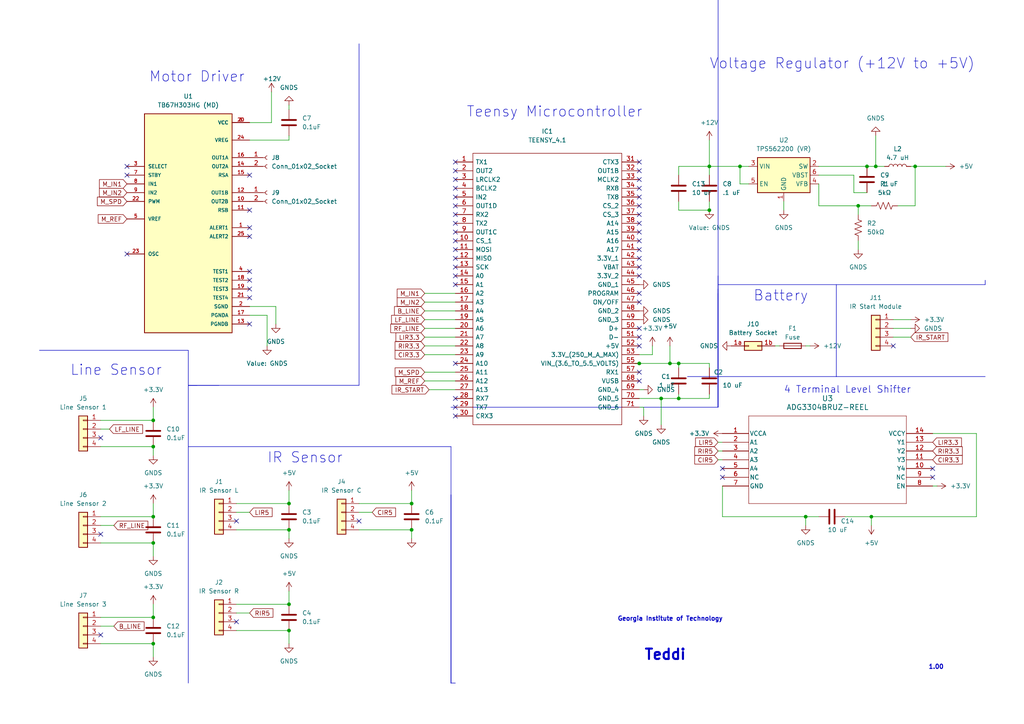
<source format=kicad_sch>
(kicad_sch (version 20230121) (generator eeschema)
  (paper "A4")
  (lib_symbols
    (symbol "Connector:Conn_01x02_Socket" (pin_names (offset 1.016) hide)
      (property "Reference" "J" (at 0 2.54 0))
      (property "Value" "Conn_01x02_Socket" (at 0 -5.08 0))
      (symbol "Conn_01x02_Socket_1_1"
        (arc (start 0 -2.032) (mid -0.5058 -2.54) (end 0 -3.048) (stroke (width 0.1524)))
        (polyline (pts (xy -1.27 -2.54) (xy -0.508 -2.54)) (stroke (width 0.1524)))
        (polyline (pts (xy -1.27 0) (xy -0.508 0)) (stroke (width 0.1524)))
        (arc (start 0 0.508) (mid -0.5058 0) (end 0 -0.508) (stroke (width 0.1524)))
        (pin passive line (at -5.08 0 0) (length 3.81) (name "Pin_1") (number "1"))
        (pin passive line (at -5.08 -2.54 0) (length 3.81) (name "Pin_2") (number "2"))
      )
    )
    (symbol "Connector_Generic:Conn_01x04" (pin_names (offset 1.016) hide)
      (property "Reference" "J" (at 0 5.08 0))
      (property "Value" "Conn_01x04" (at 0 -7.62 0))
      (symbol "Conn_01x04_1_1"
        (rectangle (start -1.27 -4.953) (end 0 -5.207) (stroke (width 0.1524)))
        (rectangle (start -1.27 -2.413) (end 0 -2.667) (stroke (width 0.1524)))
        (rectangle (start -1.27 0.127) (end 0 -0.127) (stroke (width 0.1524)))
        (rectangle (start -1.27 2.667) (end 0 2.413) (stroke (width 0.1524)))
        (rectangle (start -1.27 3.81) (end 1.27 -6.35) (stroke (width 0.254)) (fill (type background)))
        (pin passive line (at -5.08 2.54 0) (length 3.81) (name "Pin_1") (number "1"))
        (pin passive line (at -5.08 0 0) (length 3.81) (name "Pin_2") (number "2"))
        (pin passive line (at -5.08 -2.54 0) (length 3.81) (name "Pin_3") (number "3"))
        (pin passive line (at -5.08 -5.08 0) (length 3.81) (name "Pin_4") (number "4"))
      )
    )
    (symbol "Connector_Generic:Conn_02x01_Row_Letter_Last" (pin_names (offset 1.016) hide)
      (property "Reference" "J" (at 1.27 2.54 0))
      (property "Value" "Conn_02x01_Row_Letter_Last" (at 1.27 -2.54 0))
      (symbol "Conn_02x01_Row_Letter_Last_1_1"
        (rectangle (start -1.27 0.127) (end 0 -0.127) (stroke (width 0.1524)))
        (rectangle (start -1.27 1.27) (end 3.81 -1.27) (stroke (width 0.254)) (fill (type background)))
        (rectangle (start 3.81 0.127) (end 2.54 -0.127) (stroke (width 0.1524)))
        (pin passive line (at -5.08 0 0) (length 3.81) (name "Pin_1a") (number "1a"))
        (pin passive line (at 7.62 0 180) (length 3.81) (name "Pin_1b") (number "1b"))
      )
    )
    (symbol "Device:C" (pin_numbers hide) (pin_names (offset 0.254))
      (property "Reference" "C" (at 0.635 2.54 0))
      (property "Value" "C" (at 0.635 -2.54 0))
      (symbol "C_0_1"
        (polyline (pts (xy -2.032 -0.762) (xy 2.032 -0.762)) (stroke (width 0.508)))
        (polyline (pts (xy -2.032 0.762) (xy 2.032 0.762)) (stroke (width 0.508)))
      )
      (symbol "C_1_1"
        (pin passive line (at 0 3.81 270) (length 2.794) (name "~") (number "1"))
        (pin passive line (at 0 -3.81 90) (length 2.794) (name "~") (number "2"))
      )
    )
    (symbol "Device:Fuse" (pin_numbers hide) (pin_names (offset 0))
      (property "Reference" "F" (at 2.032 0 90))
      (property "Value" "Fuse" (at -1.905 0 90))
      (symbol "Fuse_0_1"
        (rectangle (start -0.762 -2.54) (end 0.762 2.54) (stroke (width 0.254)))
        (polyline (pts (xy 0 2.54) (xy 0 -2.54)))
      )
      (symbol "Fuse_1_1"
        (pin passive line (at 0 3.81 270) (length 1.27) (name "~") (number "1"))
        (pin passive line (at 0 -3.81 90) (length 1.27) (name "~") (number "2"))
      )
    )
    (symbol "Device:L" (pin_numbers hide) (pin_names (offset 1.016) hide)
      (property "Reference" "L" (at -1.27 0 90))
      (property "Value" "L" (at 1.905 0 90))
      (symbol "L_0_1"
        (arc (start 0 -2.54) (mid 0.6323 -1.905) (end 0 -1.27))
        (arc (start 0 -1.27) (mid 0.6323 -0.635) (end 0 0))
        (arc (start 0 0) (mid 0.6323 0.635) (end 0 1.27))
        (arc (start 0 1.27) (mid 0.6323 1.905) (end 0 2.54))
      )
      (symbol "L_1_1"
        (pin passive line (at 0 3.81 270) (length 1.27) (name "1") (number "1"))
        (pin passive line (at 0 -3.81 90) (length 1.27) (name "2") (number "2"))
      )
    )
    (symbol "Device:R_US" (pin_numbers hide) (pin_names (offset 0))
      (property "Reference" "R" (at 2.54 0 90))
      (property "Value" "R_US" (at -2.54 0 90))
      (symbol "R_US_0_1"
        (polyline (pts (xy 0 -2.286) (xy 0 -2.54)))
        (polyline (pts (xy 0 2.286) (xy 0 2.54)))
        (polyline (pts (xy 0 -0.762) (xy 1.016 -1.143) (xy 0 -1.524) (xy -1.016 -1.905) (xy 0 -2.286)))
        (polyline (pts (xy 0 0.762) (xy 1.016 0.381) (xy 0 0) (xy -1.016 -0.381) (xy 0 -0.762)))
        (polyline (pts (xy 0 2.286) (xy 1.016 1.905) (xy 0 1.524) (xy -1.016 1.143) (xy 0 0.762)))
      )
      (symbol "R_US_1_1"
        (pin passive line (at 0 3.81 270) (length 1.27) (name "~") (number "1"))
        (pin passive line (at 0 -3.81 90) (length 1.27) (name "~") (number "2"))
      )
    )
    (symbol "Regulator_Switching:TPS562200"
      (property "Reference" "U" (at -7.62 6.35 0))
      (property "Value" "TPS562200" (at -2.54 6.35 0))
      (symbol "TPS562200_0_1"
        (rectangle (start -7.62 5.08) (end 7.62 -5.08) (stroke (width 0.254)) (fill (type background)))
      )
      (symbol "TPS562200_1_1"
        (pin power_in line (at 0 -7.62 90) (length 2.54) (name "GND") (number "1"))
        (pin output line (at 10.16 2.54 180) (length 2.54) (name "SW") (number "2"))
        (pin power_in line (at -10.16 2.54 0) (length 2.54) (name "VIN") (number "3"))
        (pin input line (at 10.16 -2.54 180) (length 2.54) (name "VFB") (number "4"))
        (pin input line (at -10.16 -2.54 0) (length 2.54) (name "EN") (number "5"))
        (pin passive line (at 10.16 0 180) (length 2.54) (name "VBST") (number "6"))
      )
    )
    (symbol "Robojackets:ADG3304BRUZ-REEL" (pin_names (offset 0.254))
      (property "Reference" "U" (at 30.48 10.16 0))
      (property "Value" "ADG3304BRUZ-REEL" (at 30.48 7.62 0))
      (symbol "ADG3304BRUZ-REEL_0_1"
        (polyline (pts (xy 7.62 -20.32) (xy 53.34 -20.32)) (stroke (width 0.127)))
        (polyline (pts (xy 7.62 5.08) (xy 7.62 -20.32)) (stroke (width 0.127)))
        (polyline (pts (xy 53.34 -20.32) (xy 53.34 5.08)) (stroke (width 0.127)))
        (polyline (pts (xy 53.34 5.08) (xy 7.62 5.08)) (stroke (width 0.127)))
        (pin power_in line (at 0 0 0) (length 7.62) (name "VCCA") (number "1"))
        (pin unspecified line (at 60.96 -10.16 180) (length 7.62) (name "Y4") (number "10"))
        (pin unspecified line (at 60.96 -7.62 180) (length 7.62) (name "Y3") (number "11"))
        (pin unspecified line (at 60.96 -5.08 180) (length 7.62) (name "Y2") (number "12"))
        (pin unspecified line (at 60.96 -2.54 180) (length 7.62) (name "Y1") (number "13"))
        (pin power_in line (at 60.96 0 180) (length 7.62) (name "VCCY") (number "14"))
        (pin unspecified line (at 0 -2.54 0) (length 7.62) (name "A1") (number "2"))
        (pin unspecified line (at 0 -5.08 0) (length 7.62) (name "A2") (number "3"))
        (pin unspecified line (at 0 -7.62 0) (length 7.62) (name "A3") (number "4"))
        (pin unspecified line (at 0 -10.16 0) (length 7.62) (name "A4") (number "5"))
        (pin unspecified line (at 0 -12.7 0) (length 7.62) (name "NC") (number "6"))
        (pin unspecified line (at 0 -15.24 0) (length 7.62) (name "GND") (number "7"))
        (pin unspecified line (at 60.96 -15.24 180) (length 7.62) (name "EN") (number "8"))
        (pin unspecified line (at 60.96 -12.7 180) (length 7.62) (name "NC") (number "9"))
      )
    )
    (symbol "TB67H303HG:TB67H303HG" (pin_names (offset 1.016))
      (property "Reference" "U" (at -12.7 33.655 0))
      (property "Value" "TB67H303HG" (at -12.7 -33.02 0))
      (symbol "TB67H303HG_0_0"
        (rectangle (start -12.7 -30.48) (end 12.7 33.02) (stroke (width 0.254)) (fill (type background)))
        (pin output line (at 17.78 0 180) (length 5.08) (name "ALERT1") (number "1"))
        (pin output line (at 17.78 7.62 180) (length 5.08) (name "OUT2B") (number "10"))
        (pin output line (at 17.78 5.08 180) (length 5.08) (name "RSB") (number "11"))
        (pin output line (at 17.78 10.16 180) (length 5.08) (name "OUT1B") (number "12"))
        (pin power_in line (at 17.78 -27.94 180) (length 5.08) (name "PGNDB") (number "13"))
        (pin output line (at 17.78 17.78 180) (length 5.08) (name "OUT2A") (number "14"))
        (pin output line (at 17.78 15.24 180) (length 5.08) (name "RSA") (number "15"))
        (pin output line (at 17.78 20.32 180) (length 5.08) (name "OUT1A") (number "16"))
        (pin power_in line (at 17.78 -25.4 180) (length 5.08) (name "PGNDA") (number "17"))
        (pin power_in line (at 17.78 -15.24 180) (length 5.08) (name "TEST2") (number "18"))
        (pin power_in line (at 17.78 -17.78 180) (length 5.08) (name "TEST3") (number "19"))
        (pin power_in line (at 17.78 -22.86 180) (length 5.08) (name "SGND") (number "2"))
        (pin power_in line (at 17.78 30.48 180) (length 5.08) (name "VCC") (number "20"))
        (pin power_in line (at 17.78 -20.32 180) (length 5.08) (name "TEST4") (number "21"))
        (pin input line (at -17.78 7.62 0) (length 5.08) (name "PWM") (number "22"))
        (pin passive line (at -17.78 -7.62 0) (length 5.08) (name "OSC") (number "23"))
        (pin output line (at 17.78 25.4 180) (length 5.08) (name "VREG") (number "24"))
        (pin output line (at 17.78 -2.54 180) (length 5.08) (name "ALERT2") (number "25"))
        (pin input line (at -17.78 17.78 0) (length 5.08) (name "SELECT") (number "3"))
        (pin power_in line (at 17.78 -12.7 180) (length 5.08) (name "TEST1") (number "4"))
        (pin input line (at -17.78 2.54 0) (length 5.08) (name "VREF") (number "5"))
        (pin power_in line (at 17.78 30.48 180) (length 5.08) (name "VCC") (number "6"))
        (pin input line (at -17.78 15.24 0) (length 5.08) (name "STBY") (number "7"))
        (pin input line (at -17.78 12.7 0) (length 5.08) (name "IN1") (number "8"))
        (pin input line (at -17.78 10.16 0) (length 5.08) (name "IN2") (number "9"))
      )
    )
    (symbol "TEENSY_4.1:TEENSY_4.1" (pin_names (offset 0.762))
      (property "Reference" "IC" (at 49.53 7.62 0))
      (property "Value" "TEENSY_4.1" (at 49.53 5.08 0))
      (symbol "TEENSY_4.1_0_0"
        (pin passive line (at 0 0 0) (length 5.08) (name "TX1") (number "1"))
        (pin passive line (at 0 -22.86 0) (length 5.08) (name "CS_1") (number "10"))
        (pin passive line (at 0 -25.4 0) (length 5.08) (name "MOSI") (number "11"))
        (pin passive line (at 0 -27.94 0) (length 5.08) (name "MISO") (number "12"))
        (pin passive line (at 0 -30.48 0) (length 5.08) (name "SCK") (number "13"))
        (pin passive line (at 0 -33.02 0) (length 5.08) (name "A0") (number "14"))
        (pin passive line (at 0 -35.56 0) (length 5.08) (name "A1") (number "15"))
        (pin passive line (at 0 -38.1 0) (length 5.08) (name "A2") (number "16"))
        (pin passive line (at 0 -40.64 0) (length 5.08) (name "A3") (number "17"))
        (pin passive line (at 0 -43.18 0) (length 5.08) (name "A4") (number "18"))
        (pin passive line (at 0 -45.72 0) (length 5.08) (name "A5") (number "19"))
        (pin passive line (at 0 -2.54 0) (length 5.08) (name "OUT2") (number "2"))
        (pin passive line (at 0 -48.26 0) (length 5.08) (name "A6") (number "20"))
        (pin passive line (at 0 -50.8 0) (length 5.08) (name "A7") (number "21"))
        (pin passive line (at 0 -53.34 0) (length 5.08) (name "A8") (number "22"))
        (pin passive line (at 0 -55.88 0) (length 5.08) (name "A9") (number "23"))
        (pin passive line (at 0 -58.42 0) (length 5.08) (name "A10") (number "24"))
        (pin passive line (at 0 -60.96 0) (length 5.08) (name "A11") (number "25"))
        (pin passive line (at 0 -63.5 0) (length 5.08) (name "A12") (number "26"))
        (pin passive line (at 0 -66.04 0) (length 5.08) (name "A13") (number "27"))
        (pin passive line (at 0 -68.58 0) (length 5.08) (name "RX7") (number "28"))
        (pin passive line (at 0 -71.12 0) (length 5.08) (name "TX7") (number "29"))
        (pin passive line (at 0 -5.08 0) (length 5.08) (name "LRCLK2") (number "3"))
        (pin passive line (at 0 -73.66 0) (length 5.08) (name "CRX3") (number "30"))
        (pin passive line (at 53.34 0 180) (length 5.08) (name "CTX3") (number "31"))
        (pin passive line (at 53.34 -2.54 180) (length 5.08) (name "OUT1B") (number "32"))
        (pin passive line (at 53.34 -5.08 180) (length 5.08) (name "MCLK2") (number "33"))
        (pin passive line (at 53.34 -7.62 180) (length 5.08) (name "RX8") (number "34"))
        (pin passive line (at 53.34 -10.16 180) (length 5.08) (name "TX8") (number "35"))
        (pin passive line (at 53.34 -12.7 180) (length 5.08) (name "CS_2") (number "36"))
        (pin passive line (at 53.34 -15.24 180) (length 5.08) (name "CS_3") (number "37"))
        (pin passive line (at 53.34 -17.78 180) (length 5.08) (name "A14") (number "38"))
        (pin passive line (at 53.34 -20.32 180) (length 5.08) (name "A15") (number "39"))
        (pin passive line (at 0 -7.62 0) (length 5.08) (name "BCLK2") (number "4"))
        (pin passive line (at 53.34 -22.86 180) (length 5.08) (name "A16") (number "40"))
        (pin passive line (at 53.34 -25.4 180) (length 5.08) (name "A17") (number "41"))
        (pin passive line (at 53.34 -27.94 180) (length 5.08) (name "3.3V_1") (number "42"))
        (pin passive line (at 53.34 -30.48 180) (length 5.08) (name "VBAT") (number "43"))
        (pin passive line (at 53.34 -33.02 180) (length 5.08) (name "3.3V_2") (number "44"))
        (pin passive line (at 53.34 -35.56 180) (length 5.08) (name "GND_1") (number "45"))
        (pin passive line (at 53.34 -38.1 180) (length 5.08) (name "PROGRAM") (number "46"))
        (pin passive line (at 53.34 -40.64 180) (length 5.08) (name "ON/OFF") (number "47"))
        (pin passive line (at 53.34 -43.18 180) (length 5.08) (name "GND_2") (number "48"))
        (pin passive line (at 53.34 -45.72 180) (length 5.08) (name "GND_3") (number "49"))
        (pin passive line (at 0 -10.16 0) (length 5.08) (name "IN2") (number "5"))
        (pin passive line (at 53.34 -48.26 180) (length 5.08) (name "D+") (number "50"))
        (pin passive line (at 53.34 -50.8 180) (length 5.08) (name "D-") (number "51"))
        (pin passive line (at 53.34 -53.34 180) (length 5.08) (name "+5V") (number "52"))
        (pin passive line (at 53.34 -55.88 180) (length 5.08) (name "3.3V_(250_M_A_MAX)") (number "53"))
        (pin passive line (at 53.34 -58.42 180) (length 5.08) (name "VIN_(3.6_TO_5.5_VOLTS)") (number "55"))
        (pin passive line (at 53.34 -60.96 180) (length 5.08) (name "RX1") (number "57"))
        (pin passive line (at 0 -12.7 0) (length 5.08) (name "OUT1D") (number "6"))
        (pin passive line (at 53.34 -63.5 180) (length 5.08) (name "VUSB") (number "68"))
        (pin passive line (at 53.34 -66.04 180) (length 5.08) (name "GND_4") (number "69"))
        (pin passive line (at 0 -15.24 0) (length 5.08) (name "RX2") (number "7"))
        (pin passive line (at 53.34 -68.58 180) (length 5.08) (name "GND_5") (number "70"))
        (pin passive line (at 53.34 -71.12 180) (length 5.08) (name "GND_6") (number "71"))
        (pin passive line (at 0 -17.78 0) (length 5.08) (name "TX2") (number "8"))
        (pin passive line (at 0 -20.32 0) (length 5.08) (name "OUT1C") (number "9"))
      )
      (symbol "TEENSY_4.1_0_1"
        (polyline (pts (xy 5.08 2.54) (xy 48.26 2.54) (xy 48.26 -76.2) (xy 5.08 -76.2) (xy 5.08 2.54)) (stroke (width 0.1524)))
      )
    )
    (symbol "power:+12V" (power) (pin_names (offset 0))
      (property "Value" "+12V" (at 0 3.556 0))
      (symbol "+12V_0_1"
        (polyline (pts (xy -0.762 1.27) (xy 0 2.54)))
        (polyline (pts (xy 0 0) (xy 0 2.54)))
        (polyline (pts (xy 0 2.54) (xy 0.762 1.27)))
      )
      (symbol "+12V_1_1"
        (pin power_in line (at 0 0 90) (length 0) hide (name "+12V") (number "1"))
      )
    )
    (symbol "power:+3.3V" (power) (pin_names (offset 0))
      (property "Value" "+3.3V" (at 0 3.556 0))
      (symbol "+3.3V_0_1"
        (polyline (pts (xy -0.762 1.27) (xy 0 2.54)))
        (polyline (pts (xy 0 0) (xy 0 2.54)))
        (polyline (pts (xy 0 2.54) (xy 0.762 1.27)))
      )
      (symbol "+3.3V_1_1"
        (pin power_in line (at 0 0 90) (length 0) hide (name "+3.3V") (number "1"))
      )
    )
    (symbol "power:+5V" (power) (pin_names (offset 0))
      (property "Value" "+5V" (at 0 3.556 0))
      (symbol "+5V_0_1"
        (polyline (pts (xy -0.762 1.27) (xy 0 2.54)))
        (polyline (pts (xy 0 0) (xy 0 2.54)))
        (polyline (pts (xy 0 2.54) (xy 0.762 1.27)))
      )
      (symbol "+5V_1_1"
        (pin power_in line (at 0 0 90) (length 0) hide (name "+5V") (number "1"))
      )
    )
    (symbol "power:GNDS" (power) (pin_names (offset 0))
      (property "Value" "GNDS" (at 0 -3.81 0))
      (symbol "GNDS_0_1"
        (polyline (pts (xy 0 0) (xy 0 -1.27) (xy 1.27 -1.27) (xy 0 -2.54) (xy -1.27 -1.27) (xy 0 -1.27)))
      )
      (symbol "GNDS_1_1"
        (pin power_in line (at 0 0 270) (length 0) hide (name "GNDS") (number "1"))
      )
    )
  )
  (junction (at 44.45 179.07))
  (junction (at 83.82 175.26))
  (junction (at 83.82 182.88))
  (junction (at 252.73 149.86))
  (junction (at 194.31 105.41))
  (junction (at 214.63 48.26))
  (junction (at 205.74 48.26))
  (junction (at 83.82 153.67))
  (junction (at 196.85 115.57))
  (junction (at 233.68 149.86))
  (junction (at 44.45 149.86))
  (junction (at 265.43 48.26))
  (junction (at 119.38 146.05))
  (junction (at 44.45 129.54))
  (junction (at 191.77 115.57))
  (junction (at 44.45 121.92))
  (junction (at 251.46 48.26))
  (junction (at 44.45 186.69))
  (junction (at 248.92 59.69))
  (junction (at 119.38 153.67))
  (junction (at 254 48.26))
  (junction (at 44.45 157.48))
  (junction (at 196.85 105.41))
  (junction (at 205.74 60.96))
  (junction (at 185.42 105.41))
  (junction (at 83.82 146.05))
  (no_connect (at 132.08 69.85))
  (no_connect (at 132.08 59.69))
  (no_connect (at 185.42 80.01))
  (no_connect (at 185.42 97.79))
  (no_connect (at 132.08 49.53))
  (no_connect (at 132.08 82.55))
  (no_connect (at 270.51 135.89))
  (no_connect (at 270.51 138.43))
  (no_connect (at 132.08 52.07))
  (no_connect (at 68.58 151.13))
  (no_connect (at 185.42 46.99))
  (no_connect (at 185.42 64.77))
  (no_connect (at 29.21 154.94))
  (no_connect (at 72.39 60.96))
  (no_connect (at 36.83 73.66))
  (no_connect (at 185.42 72.39))
  (no_connect (at 185.42 59.69))
  (no_connect (at 259.08 100.33))
  (no_connect (at 72.39 83.82))
  (no_connect (at 132.08 105.41))
  (no_connect (at 68.58 180.34))
  (no_connect (at 132.08 57.15))
  (no_connect (at 72.39 66.04))
  (no_connect (at 72.39 81.28))
  (no_connect (at 36.83 50.8))
  (no_connect (at 36.83 48.26))
  (no_connect (at 185.42 74.93))
  (no_connect (at 132.08 80.01))
  (no_connect (at 72.39 86.36))
  (no_connect (at 72.39 68.58))
  (no_connect (at 185.42 107.95))
  (no_connect (at 209.55 135.89))
  (no_connect (at 132.08 54.61))
  (no_connect (at 132.08 72.39))
  (no_connect (at 72.39 78.74))
  (no_connect (at 72.39 50.8))
  (no_connect (at 185.42 57.15))
  (no_connect (at 132.08 77.47))
  (no_connect (at 185.42 110.49))
  (no_connect (at 132.08 62.23))
  (no_connect (at 132.08 74.93))
  (no_connect (at 209.55 138.43))
  (no_connect (at 185.42 77.47))
  (no_connect (at 132.08 118.11))
  (no_connect (at 72.39 93.98))
  (no_connect (at 185.42 54.61))
  (no_connect (at 185.42 62.23))
  (no_connect (at 132.08 67.31))
  (no_connect (at 185.42 52.07))
  (no_connect (at 29.21 184.15))
  (no_connect (at 29.21 127))
  (no_connect (at 185.42 95.25))
  (no_connect (at 132.08 120.65))
  (no_connect (at 185.42 67.31))
  (no_connect (at 185.42 85.09))
  (no_connect (at 104.14 151.13))
  (no_connect (at 185.42 87.63))
  (no_connect (at 132.08 115.57))
  (no_connect (at 132.08 64.77))
  (no_connect (at 132.08 46.99))
  (no_connect (at 185.42 100.33))
  (no_connect (at 185.42 69.85))
  (no_connect (at 185.42 49.53))
  (wire (pts (xy 185.42 105.41) (xy 194.31 105.41)))
  (wire (pts (xy 226.06 100.33) (xy 224.79 100.33)))
  (wire (pts (xy 252.73 149.86) (xy 283.21 149.86)))
  (wire (pts (xy 104.14 148.59) (xy 107.95 148.59)))
  (wire (pts (xy 254 39.37) (xy 254 48.26)))
  (wire (pts (xy 248.92 59.69) (xy 252.73 59.69)))
  (wire (pts (xy 78.74 26.67) (xy 78.74 35.56)))
  (polyline (pts (xy 54.61 111.76) (xy 63.5 111.76)))
  (wire (pts (xy 251.46 48.26) (xy 254 48.26)))
  (wire (pts (xy 68.58 177.8) (xy 72.39 177.8)))
  (wire (pts (xy 123.19 90.17) (xy 132.08 90.17)))
  (wire (pts (xy 119.38 142.24) (xy 119.38 146.05)))
  (polyline (pts (xy 54.61 129.54) (xy 54.61 101.6)))
  (wire (pts (xy 80.01 88.9) (xy 80.01 93.98)))
  (wire (pts (xy 68.58 175.26) (xy 83.82 175.26)))
  (wire (pts (xy 254 48.26) (xy 256.54 48.26)))
  (wire (pts (xy 123.19 85.09) (xy 132.08 85.09)))
  (wire (pts (xy 259.08 92.71) (xy 264.16 92.71)))
  (polyline (pts (xy 208.28 -8.89) (xy 208.28 118.11)))
  (wire (pts (xy 44.45 129.54) (xy 44.45 132.08)))
  (polyline (pts (xy 285.75 81.28) (xy 285.75 82.55)))
  (wire (pts (xy 83.82 171.45) (xy 83.82 175.26)))
  (wire (pts (xy 123.19 97.79) (xy 132.08 97.79)))
  (wire (pts (xy 205.74 105.41) (xy 205.74 106.68)))
  (wire (pts (xy 189.23 100.33) (xy 189.23 102.87)))
  (wire (pts (xy 214.63 48.26) (xy 217.17 48.26)))
  (wire (pts (xy 259.08 97.79) (xy 264.16 97.79)))
  (wire (pts (xy 29.21 181.61) (xy 33.02 181.61)))
  (wire (pts (xy 194.31 100.33) (xy 194.31 105.41)))
  (wire (pts (xy 72.39 40.64) (xy 83.82 40.64)))
  (wire (pts (xy 29.21 129.54) (xy 44.45 129.54)))
  (wire (pts (xy 227.33 58.42) (xy 227.33 60.96)))
  (wire (pts (xy 123.19 102.87) (xy 132.08 102.87)))
  (wire (pts (xy 217.17 53.34) (xy 214.63 53.34)))
  (wire (pts (xy 72.39 88.9) (xy 80.01 88.9)))
  (wire (pts (xy 205.74 58.42) (xy 205.74 60.96)))
  (wire (pts (xy 265.43 48.26) (xy 265.43 59.69)))
  (wire (pts (xy 185.42 115.57) (xy 191.77 115.57)))
  (wire (pts (xy 196.85 60.96) (xy 196.85 58.42)))
  (wire (pts (xy 83.82 153.67) (xy 83.82 156.21)))
  (wire (pts (xy 196.85 105.41) (xy 196.85 106.68)))
  (polyline (pts (xy 54.61 198.12) (xy 54.61 129.54)))
  (wire (pts (xy 237.49 149.86) (xy 233.68 149.86)))
  (wire (pts (xy 205.74 40.64) (xy 205.74 48.26)))
  (wire (pts (xy 29.21 124.46) (xy 31.75 124.46)))
  (wire (pts (xy 196.85 105.41) (xy 205.74 105.41)))
  (wire (pts (xy 248.92 69.85) (xy 248.92 72.39)))
  (wire (pts (xy 68.58 148.59) (xy 72.39 148.59)))
  (wire (pts (xy 123.19 95.25) (xy 132.08 95.25)))
  (wire (pts (xy 29.21 121.92) (xy 44.45 121.92)))
  (wire (pts (xy 247.65 55.88) (xy 251.46 55.88)))
  (wire (pts (xy 68.58 153.67) (xy 83.82 153.67)))
  (wire (pts (xy 186.69 120.65) (xy 186.69 118.11)))
  (wire (pts (xy 252.73 149.86) (xy 252.73 152.4)))
  (wire (pts (xy 283.21 125.73) (xy 283.21 149.86)))
  (polyline (pts (xy 130.81 143.51) (xy 130.81 198.12)))
  (wire (pts (xy 29.21 157.48) (xy 44.45 157.48)))
  (wire (pts (xy 237.49 53.34) (xy 237.49 59.69)))
  (wire (pts (xy 208.28 130.81) (xy 209.55 130.81)))
  (wire (pts (xy 83.82 142.24) (xy 83.82 146.05)))
  (wire (pts (xy 205.74 48.26) (xy 205.74 50.8)))
  (wire (pts (xy 123.19 87.63) (xy 132.08 87.63)))
  (wire (pts (xy 44.45 146.05) (xy 44.45 149.86)))
  (polyline (pts (xy 54.61 111.76) (xy 57.15 111.76)))
  (wire (pts (xy 209.55 149.86) (xy 209.55 140.97)))
  (wire (pts (xy 196.85 48.26) (xy 196.85 50.8)))
  (wire (pts (xy 237.49 48.26) (xy 251.46 48.26)))
  (wire (pts (xy 233.68 149.86) (xy 209.55 149.86)))
  (wire (pts (xy 248.92 59.69) (xy 248.92 62.23)))
  (wire (pts (xy 68.58 182.88) (xy 83.82 182.88)))
  (wire (pts (xy 205.74 48.26) (xy 214.63 48.26)))
  (polyline (pts (xy 199.39 109.22) (xy 242.57 109.22)))
  (wire (pts (xy 124.46 113.03) (xy 132.08 113.03)))
  (polyline (pts (xy 242.57 109.22) (xy 285.75 109.22)))
  (wire (pts (xy 72.39 35.56) (xy 78.74 35.56)))
  (wire (pts (xy 29.21 149.86) (xy 44.45 149.86)))
  (wire (pts (xy 264.16 48.26) (xy 265.43 48.26)))
  (wire (pts (xy 214.63 53.34) (xy 214.63 48.26)))
  (wire (pts (xy 184.15 107.95) (xy 185.42 107.95)))
  (polyline (pts (xy 130.81 129.54) (xy 130.81 198.12)))
  (wire (pts (xy 196.85 114.3) (xy 196.85 115.57)))
  (wire (pts (xy 270.51 125.73) (xy 283.21 125.73)))
  (polyline (pts (xy 130.81 118.11) (xy 208.28 118.11)))
  (wire (pts (xy 68.58 146.05) (xy 83.82 146.05)))
  (wire (pts (xy 186.69 118.11) (xy 185.42 118.11)))
  (polyline (pts (xy 208.28 85.09) (xy 208.28 118.11)))
  (wire (pts (xy 29.21 186.69) (xy 44.45 186.69)))
  (wire (pts (xy 270.51 140.97) (xy 271.78 140.97)))
  (wire (pts (xy 44.45 175.26) (xy 44.45 179.07)))
  (polyline (pts (xy 208.28 83.82) (xy 208.28 118.11)))
  (wire (pts (xy 119.38 153.67) (xy 119.38 156.21)))
  (wire (pts (xy 245.11 149.86) (xy 252.73 149.86)))
  (wire (pts (xy 72.39 91.44) (xy 77.47 91.44)))
  (wire (pts (xy 104.14 146.05) (xy 119.38 146.05)))
  (wire (pts (xy 29.21 179.07) (xy 44.45 179.07)))
  (wire (pts (xy 191.77 115.57) (xy 196.85 115.57)))
  (polyline (pts (xy 242.57 82.55) (xy 242.57 109.22)))
  (wire (pts (xy 237.49 50.8) (xy 247.65 50.8)))
  (wire (pts (xy 191.77 115.57) (xy 191.77 123.19)))
  (wire (pts (xy 194.31 105.41) (xy 196.85 105.41)))
  (wire (pts (xy 83.82 182.88) (xy 83.82 186.69)))
  (wire (pts (xy 265.43 48.26) (xy 274.32 48.26)))
  (wire (pts (xy 123.19 107.95) (xy 132.08 107.95)))
  (wire (pts (xy 205.74 60.96) (xy 196.85 60.96)))
  (wire (pts (xy 44.45 118.11) (xy 44.45 121.92)))
  (wire (pts (xy 123.19 92.71) (xy 132.08 92.71)))
  (wire (pts (xy 234.95 100.33) (xy 233.68 100.33)))
  (wire (pts (xy 123.19 100.33) (xy 132.08 100.33)))
  (wire (pts (xy 259.08 95.25) (xy 264.16 95.25)))
  (wire (pts (xy 184.15 105.41) (xy 185.42 105.41)))
  (polyline (pts (xy 11.43 101.6) (xy 54.61 101.6)))
  (wire (pts (xy 247.65 50.8) (xy 247.65 55.88)))
  (polyline (pts (xy 104.14 12.7) (xy 104.14 111.76)))
  (wire (pts (xy 83.82 39.37) (xy 83.82 40.64)))
  (wire (pts (xy 233.68 149.86) (xy 233.68 152.4)))
  (wire (pts (xy 196.85 115.57) (xy 205.74 115.57)))
  (wire (pts (xy 44.45 186.69) (xy 44.45 190.5)))
  (wire (pts (xy 77.47 91.44) (xy 77.47 100.33)))
  (polyline (pts (xy 130.81 198.12) (xy 132.08 198.12)))
  (polyline (pts (xy 208.28 80.01) (xy 208.28 118.11)))
  (wire (pts (xy 208.28 128.27) (xy 209.55 128.27)))
  (wire (pts (xy 205.74 48.26) (xy 196.85 48.26)))
  (wire (pts (xy 29.21 152.4) (xy 33.02 152.4)))
  (wire (pts (xy 123.19 110.49) (xy 132.08 110.49)))
  (polyline (pts (xy 54.61 129.54) (xy 130.81 129.54)))
  (wire (pts (xy 208.28 133.35) (xy 209.55 133.35)))
  (wire (pts (xy 185.42 102.87) (xy 189.23 102.87)))
  (polyline (pts (xy 208.28 82.55) (xy 285.75 82.55)))
  (wire (pts (xy 83.82 30.48) (xy 83.82 31.75)))
  (polyline (pts (xy 54.61 111.76) (xy 104.14 111.76)))
  (wire (pts (xy 237.49 59.69) (xy 248.92 59.69)))
  (wire (pts (xy 104.14 153.67) (xy 119.38 153.67)))
  (wire (pts (xy 186.69 113.03) (xy 185.42 113.03)))
  (wire (pts (xy 205.74 115.57) (xy 205.74 114.3)))
  (wire (pts (xy 260.35 59.69) (xy 265.43 59.69)))
  (wire (pts (xy 44.45 157.48) (xy 44.45 161.29)))
  (text "Teensy Microcontroller" (at 135.255 34.29 0) (effects (font (size 3 3)) (justify left bottom)))
  (text "Motor Driver\n" (at 43.18 24.13 0) (effects (font (size 3 3)) (justify left bottom)))
  (text "Line Sensor\n" (at 20.32 109.22 0) (effects (font (size 3 3)) (justify left bottom)))
  (text "4 Terminal Level Shifter" (at 227.33 114.3 0) (effects (font (size 2 2)) (justify left bottom)))
  (text "1.00\n" (at 269.24 194.31 0) (effects (font (size 1.27 1.27) bold) (justify left bottom)))
  (text "Battery" (at 218.44 87.63 0) (effects (font (size 3 3)) (justify left bottom)))
  (text "Georgia Institute of Technology" (at 179.07 180.34 0) (effects (font (size 1.27 1.27) (thickness 0.254) bold) (justify left bottom)))
  (text "Teddi" (at 186.69 191.77 0) (effects (font (size 3 3) (thickness 0.6) bold) (justify left bottom)))
  (text "IR Sensor" (at 77.47 134.62 0) (effects (font (size 3 3)) (justify left bottom)))
  (text "Voltage Regulator (+12V to +5V)" (at 205.74 20.32 0) (effects (font (size 3 3)) (justify left bottom)))
  (global_label "B_LINE" (shape input) (at 123.19 90.17 180) (property "Intersheetrefs" "${INTERSHEET_REFS}" (effects hide)))
  (global_label "M_REF" (shape input) (at 36.83 63.5 180) (property "Intersheetrefs" "${INTERSHEET_REFS}" (effects hide)))
  (global_label "M_SPD" (shape input) (at 123.19 107.95 180) (property "Intersheetrefs" "${INTERSHEET_REFS}" (effects hide)))
  (global_label "LIR5" (shape input) (at 208.28 128.27 180) (property "Intersheetrefs" "${INTERSHEET_REFS}" (effects hide)))
  (global_label "CIR5" (shape input) (at 208.28 133.35 180) (property "Intersheetrefs" "${INTERSHEET_REFS}" (effects hide)))
  (global_label "CIR3.3" (shape input) (at 270.51 133.35 0) (property "Intersheetrefs" "${INTERSHEET_REFS}" (effects hide)))
  (global_label "IR_START" (shape input) (at 124.46 113.03 180) (property "Intersheetrefs" "${INTERSHEET_REFS}" (effects hide)))
  (global_label "RF_LINE" (shape input) (at 123.19 95.25 180) (property "Intersheetrefs" "${INTERSHEET_REFS}" (effects hide)))
  (global_label "M_REF" (shape input) (at 123.19 110.49 180) (property "Intersheetrefs" "${INTERSHEET_REFS}" (effects hide)))
  (global_label "CIR5" (shape input) (at 107.95 148.59 0) (property "Intersheetrefs" "${INTERSHEET_REFS}" (effects hide)))
  (global_label "LIR3.3" (shape input) (at 123.19 97.79 180) (property "Intersheetrefs" "${INTERSHEET_REFS}" (effects hide)))
  (global_label "M_IN1" (shape input) (at 123.19 85.09 180) (property "Intersheetrefs" "${INTERSHEET_REFS}" (effects hide)))
  (global_label "LF_LINE" (shape input) (at 31.75 124.46 0) (property "Intersheetrefs" "${INTERSHEET_REFS}" (effects hide)))
  (global_label "CIR3.3" (shape input) (at 123.19 102.87 180) (property "Intersheetrefs" "${INTERSHEET_REFS}" (effects hide)))
  (global_label "RIR3.3" (shape input) (at 123.19 100.33 180) (property "Intersheetrefs" "${INTERSHEET_REFS}" (effects hide)))
  (global_label "LIR3.3" (shape input) (at 270.51 128.27 0) (property "Intersheetrefs" "${INTERSHEET_REFS}" (effects hide)))
  (global_label "LIR5" (shape input) (at 72.39 148.59 0) (property "Intersheetrefs" "${INTERSHEET_REFS}" (effects hide)))
  (global_label "RIR5" (shape input) (at 72.39 177.8 0) (property "Intersheetrefs" "${INTERSHEET_REFS}" (effects hide)))
  (global_label "M_IN2" (shape input) (at 36.83 55.88 180) (property "Intersheetrefs" "${INTERSHEET_REFS}" (effects hide)))
  (global_label "IR_START" (shape input) (at 264.16 97.79 0) (property "Intersheetrefs" "${INTERSHEET_REFS}" (effects hide)))
  (global_label "B_LINE" (shape input) (at 33.02 181.61 0) (property "Intersheetrefs" "${INTERSHEET_REFS}" (effects hide)))
  (global_label "RF_LINE" (shape input) (at 33.02 152.4 0) (property "Intersheetrefs" "${INTERSHEET_REFS}" (effects hide)))
  (global_label "LF_LINE" (shape input) (at 123.19 92.71 180) (property "Intersheetrefs" "${INTERSHEET_REFS}" (effects hide)))
  (global_label "RIR3.3" (shape input) (at 270.51 130.81 0) (property "Intersheetrefs" "${INTERSHEET_REFS}" (effects hide)))
  (global_label "M_IN2" (shape input) (at 123.19 87.63 180) (property "Intersheetrefs" "${INTERSHEET_REFS}" (effects hide)))
  (global_label "M_SPD" (shape input) (at 36.83 58.42 180) (property "Intersheetrefs" "${INTERSHEET_REFS}" (effects hide)))
  (global_label "RIR5" (shape input) (at 208.28 130.81 180) (property "Intersheetrefs" "${INTERSHEET_REFS}" (effects hide)))
  (global_label "M_IN1" (shape input) (at 36.83 53.34 180) (property "Intersheetrefs" "${INTERSHEET_REFS}" (effects hide)))
  (symbol (lib_id "Device:C") (at 205.74 54.61 0) (unit 1)
    (property "Reference" "C8" (at 209.55 53.34 0) (effects (justify left)))
    (property "Value" ".1 uF" (at 209.55 55.88 0) (effects (justify left)))
    (property "Footprint" "Capacitor_SMD:C_0201_0603Metric" (effects hide))
  )
  (symbol (lib_id "Device:R_US") (at 256.54 59.69 90) (unit 1)
    (property "Reference" "R1" (at 256.54 53.34 90))
    (property "Value" "5kΩ" (at 256.54 55.88 90))
    (property "Footprint" "RoboJackets:RESC1608X50N" (effects hide))
  )
  (symbol (lib_id "power:GNDS") (at 185.42 90.17 90) (unit 1)
    (property "Reference" "#PWR035" (effects hide))
    (property "Value" "GNDS" (at 189.23 90.17 90) (effects (justify right)))
  )
  (symbol (lib_id "Device:C") (at 44.45 125.73 0) (unit 1)
    (property "Reference" "C10" (at 48.26 124.46 0) (effects (justify left)))
    (property "Value" "0.1uF" (at 48.26 127 0) (effects (justify left)))
    (property "Footprint" "Capacitor_SMD:C_0201_0603Metric" (effects hide))
  )
  (symbol (lib_id "Device:C") (at 205.74 110.49 0) (unit 1)
    (property "Reference" "C2" (at 207.01 107.95 0) (effects (justify left)))
    (property "Value" "10 uF" (at 209.55 111.76 0) (effects (justify left)))
    (property "Footprint" "Capacitor_SMD:C_0201_0603Metric" (effects hide))
  )
  (symbol (lib_id "power:+5V") (at 274.32 48.26 270) (mirror x) (unit 1)
    (property "Reference" "#PWR020" (effects hide))
    (property "Value" "+5V" (at 278.13 48.26 90) (effects (justify left)))
  )
  (symbol (lib_id "power:GNDS") (at 185.42 92.71 90) (unit 1)
    (property "Reference" "#PWR034" (effects hide))
    (property "Value" "GNDS" (at 189.23 92.71 90) (effects (justify right)))
  )
  (symbol (lib_id "Connector_Generic:Conn_02x01_Row_Letter_Last") (at 217.17 100.33 0) (unit 1)
    (property "Reference" "J10" (at 218.44 93.98 0))
    (property "Value" "Battery Socket" (at 218.44 96.52 0))
    (property "Footprint" "Connector_PinSocket_1.00mm:PinSocket_1x02_P1.00mm_Vertical_SMD_Pin1Left" (effects hide))
  )
  (symbol (lib_id "Device:C") (at 44.45 182.88 0) (unit 1)
    (property "Reference" "C12" (at 48.26 181.61 0) (effects (justify left)))
    (property "Value" "0.1uF" (at 48.26 184.15 0) (effects (justify left)))
    (property "Footprint" "Capacitor_SMD:C_0201_0603Metric" (effects hide))
  )
  (symbol (lib_id "Device:C") (at 196.85 110.49 0) (unit 1)
    (property "Reference" "C1" (at 191.77 109.22 0) (effects (justify left)))
    (property "Value" ".1 uF" (at 190.5 111.76 0) (effects (justify left)))
    (property "Footprint" "Capacitor_SMD:C_0201_0603Metric" (effects hide))
  )
  (symbol (lib_id "power:+12V") (at 78.74 26.67 0) (unit 1)
    (property "Reference" "#PWR024" (effects hide))
    (property "Value" "+12V" (at 76.2 22.86 0) (effects (justify left)))
  )
  (symbol (lib_id "Device:C") (at 83.82 179.07 0) (unit 1)
    (property "Reference" "C4" (at 87.63 177.8 0) (effects (justify left)))
    (property "Value" "0.1uF" (at 87.63 180.34 0) (effects (justify left)))
    (property "Footprint" "Capacitor_SMD:C_0201_0603Metric" (effects hide))
  )
  (symbol (lib_id "Device:C") (at 241.3 149.86 270) (unit 1)
    (property "Reference" "C14" (at 243.84 151.13 90) (effects (justify left)))
    (property "Value" "10 uF" (at 240.03 153.67 90) (effects (justify left)))
    (property "Footprint" "Capacitor_SMD:C_0201_0603Metric" (effects hide))
  )
  (symbol (lib_id "Connector_Generic:Conn_01x04") (at 99.06 148.59 0) (mirror y) (unit 1)
    (property "Reference" "J4" (at 99.06 139.7 0))
    (property "Value" "IR Sensor C" (at 99.06 142.24 0))
    (property "Footprint" "RoboJackets:JST_B4B-XH-A_LF__SN_" (effects hide))
  )
  (symbol (lib_id "power:+3.3V") (at 271.78 140.97 270) (unit 1)
    (property "Reference" "#PWR041" (effects hide))
    (property "Value" "+3.3V" (at 275.59 140.97 90) (effects (justify left)))
  )
  (symbol (lib_id "Device:C") (at 119.38 149.86 0) (unit 1)
    (property "Reference" "C6" (at 123.19 148.59 0) (effects (justify left)))
    (property "Value" "0.1uF" (at 123.19 151.13 0) (effects (justify left)))
    (property "Footprint" "Capacitor_SMD:C_0201_0603Metric" (effects hide))
  )
  (symbol (lib_id "power:GNDS") (at 185.42 82.55 90) (unit 1)
    (property "Reference" "#PWR036" (effects hide))
    (property "Value" "GNDS" (at 189.23 82.55 90) (effects (justify right)))
  )
  (symbol (lib_id "Device:C") (at 251.46 52.07 0) (unit 1)
    (property "Reference" "C9" (at 255.27 50.8 0) (effects (justify left)))
    (property "Value" ".1 uF" (at 255.27 53.34 0) (effects (justify left)))
    (property "Footprint" "Capacitor_SMD:C_0201_0603Metric" (effects hide))
  )
  (symbol (lib_id "power:GNDS") (at 254 39.37 180) (unit 1)
    (property "Reference" "#PWR013" (effects hide))
    (property "Value" "GNDS" (at 254 34.29 0))
  )
  (symbol (lib_id "Device:C") (at 83.82 149.86 0) (unit 1)
    (property "Reference" "C3" (at 87.63 148.59 0) (effects (justify left)))
    (property "Value" "0.1uF" (at 87.63 151.13 0) (effects (justify left)))
    (property "Footprint" "Capacitor_SMD:C_0201_0603Metric" (effects hide))
  )
  (symbol (lib_id "power:GNDS") (at 83.82 156.21 0) (unit 1)
    (property "Reference" "#PWR012" (effects hide))
    (property "Value" "GNDS" (at 83.82 161.29 0))
  )
  (symbol (lib_id "Connector_Generic:Conn_01x04") (at 24.13 181.61 0) (mirror y) (unit 1)
    (property "Reference" "J7" (at 24.13 172.72 0))
    (property "Value" "Line Sensor 3" (at 24.13 175.26 0))
    (property "Footprint" "RoboJackets:JST_B4B-XH-A_LF__SN_" (effects hide))
  )
  (symbol (lib_id "power:GNDS") (at 264.16 95.25 90) (unit 1)
    (property "Reference" "#PWR031" (effects hide))
    (property "Value" "GNDS" (at 267.97 95.25 90) (effects (justify right)))
  )
  (symbol (lib_id "Device:C") (at 196.85 54.61 0) (unit 1)
    (property "Reference" "C13" (at 200.66 53.34 0) (effects (justify left)))
    (property "Value" "10 uF" (at 200.66 55.88 0) (effects (justify left)))
    (property "Footprint" "Capacitor_SMD:C_0201_0603Metric" (effects hide))
  )
  (symbol (lib_id "power:GNDS") (at 44.45 132.08 0) (unit 1)
    (property "Reference" "#PWR015" (effects hide))
    (property "Value" "GNDS" (at 44.45 137.16 0))
  )
  (symbol (lib_id "power:+3.3V") (at 209.55 125.73 90) (unit 1)
    (property "Reference" "#PWR038" (effects hide))
    (property "Value" "+3.3V" (at 205.74 125.73 90) (effects (justify left)))
  )
  (symbol (lib_id "power:GNDS") (at 44.45 190.5 0) (unit 1)
    (property "Reference" "#PWR033" (effects hide))
    (property "Value" "GNDS" (at 44.45 195.58 0))
  )
  (symbol (lib_id "power:GNDS") (at 83.82 186.69 0) (unit 1)
    (property "Reference" "#PWR011" (effects hide))
    (property "Value" "GNDS" (at 83.82 191.77 0))
  )
  (symbol (lib_id "power:GNDS") (at 80.01 93.98 0) (unit 1)
    (property "Reference" "#PWR022" (effects hide))
    (property "Value" "GNDS" (at 80.01 99.06 0))
  )
  (symbol (lib_id "power:+5V") (at 119.38 142.24 0) (mirror y) (unit 1)
    (property "Reference" "#PWR07" (effects hide))
    (property "Value" "+5V" (at 119.38 137.16 0))
  )
  (symbol (lib_id "power:GNDS") (at 186.69 120.65 0) (unit 1)
    (property "Reference" "#PWR021" (effects hide))
    (property "Value" "GNDS" (at 186.69 125.73 0))
  )
  (symbol (lib_id "power:GNDS") (at 205.74 60.96 0) (unit 1)
    (property "Reference" "#PWR03" (effects hide))
    (property "Value" "GNDS" (at 205.74 66.04 0) (show_name))
  )
  (symbol (lib_id "power:+3.3V") (at 44.45 175.26 0) (unit 1)
    (property "Reference" "#PWR032" (effects hide))
    (property "Value" "+3.3V" (at 44.45 170.18 0))
  )
  (symbol (lib_id "power:+5V") (at 252.73 152.4 180) (unit 1)
    (property "Reference" "#PWR039" (effects hide))
    (property "Value" "+5V" (at 252.73 157.48 0))
  )
  (symbol (lib_id "power:+3.3V") (at 44.45 146.05 0) (unit 1)
    (property "Reference" "#PWR025" (effects hide))
    (property "Value" "+3.3V" (at 44.45 140.97 0))
  )
  (symbol (lib_id "Device:C") (at 44.45 153.67 0) (unit 1)
    (property "Reference" "C11" (at 48.26 152.4 0) (effects (justify left)))
    (property "Value" "0.1uF" (at 48.26 154.94 0) (effects (justify left)))
    (property "Footprint" "Capacitor_SMD:C_0201_0603Metric" (effects hide))
  )
  (symbol (lib_id "power:GNDS") (at 233.68 152.4 0) (unit 1)
    (property "Reference" "#PWR040" (effects hide))
    (property "Value" "GNDS" (at 233.68 157.48 0))
  )
  (symbol (lib_id "power:GNDS") (at 212.09 100.33 270) (unit 1)
    (property "Reference" "#PWR09" (effects hide))
    (property "Value" "GNDS" (at 208.28 100.33 90) (effects (justify right)))
  )
  (symbol (lib_id "power:+5V") (at 83.82 142.24 0) (unit 1)
    (property "Reference" "#PWR05" (effects hide))
    (property "Value" "+5V" (at 83.82 137.16 0))
  )
  (symbol (lib_id "power:GNDS") (at 248.92 72.39 0) (unit 1)
    (property "Reference" "#PWR014" (effects hide))
    (property "Value" "GNDS" (at 248.92 77.47 0))
  )
  (symbol (lib_id "Device:C") (at 83.82 35.56 0) (unit 1)
    (property "Reference" "C7" (at 87.63 34.29 0) (effects (justify left)))
    (property "Value" "0.1uF" (at 87.63 36.83 0) (effects (justify left)))
    (property "Footprint" "Capacitor_SMD:C_0201_0603Metric" (effects hide))
  )
  (symbol (lib_id "Connector_Generic:Conn_01x04") (at 63.5 148.59 0) (mirror y) (unit 1)
    (property "Reference" "J1" (at 63.5 139.7 0))
    (property "Value" "IR Sensor L" (at 63.5 142.24 0))
    (property "Footprint" "RoboJackets:JST_B4B-XH-A_LF__SN_" (effects hide))
  )
  (symbol (lib_id "Connector_Generic:Conn_01x04") (at 24.13 152.4 0) (mirror y) (unit 1)
    (property "Reference" "J6" (at 24.13 143.51 0))
    (property "Value" "Line Sensor 2" (at 24.13 146.05 0))
    (property "Footprint" "RoboJackets:JST_B4B-XH-A_LF__SN_" (effects hide))
  )
  (symbol (lib_id "power:+3.3V") (at 44.45 118.11 0) (unit 1)
    (property "Reference" "#PWR023" (effects hide))
    (property "Value" "+3.3V" (at 44.45 113.03 0))
  )
  (symbol (lib_id "power:+3.3V") (at 264.16 92.71 270) (unit 1)
    (property "Reference" "#PWR018" (effects hide))
    (property "Value" "+3.3V" (at 267.97 92.71 90) (effects (justify left)))
  )
  (symbol (lib_id "Device:L") (at 260.35 48.26 90) (unit 1)
    (property "Reference" "L2" (at 260.35 43.18 90))
    (property "Value" "4.7 uH" (at 260.35 45.72 90))
    (property "Footprint" "RoboJackets:INDC2012X145N" (effects hide))
  )
  (symbol (lib_id "Regulator_Switching:TPS562200") (at 227.33 50.8 0) (unit 1)
    (property "Reference" "U2" (at 227.33 40.64 0))
    (property "Value" "TPS562200 (VR)" (at 227.33 43.18 0))
    (property "Footprint" "Package_TO_SOT_SMD:SOT-23-6" (effects hide))
    (property "Datasheet" "http://www.ti.com/lit/ds/symlink/tps563200.pdf" (effects hide))
  )
  (symbol (lib_id "Device:Fuse") (at 229.87 100.33 90) (unit 1)
    (property "Reference" "F1" (at 229.87 95.25 90))
    (property "Value" "Fuse" (at 229.87 97.79 90))
    (property "Footprint" "Fuse:Fuse_1206_3216Metric" (effects hide))
  )
  (symbol (lib_id "power:GNDS") (at 227.33 60.96 0) (unit 1)
    (property "Reference" "#PWR04" (effects hide))
    (property "Value" "GNDS" (at 227.33 66.04 0))
  )
  (symbol (lib_id "power:+5V") (at 194.31 100.33 0) (unit 1)
    (property "Reference" "#PWR01" (effects hide))
    (property "Value" "+5V" (at 194.31 94.615 0))
  )
  (symbol (lib_id "Device:R_US") (at 248.92 66.04 0) (unit 1)
    (property "Reference" "R2" (at 251.46 64.77 0) (effects (justify left)))
    (property "Value" "50kΩ" (at 251.46 67.31 0) (effects (justify left)))
    (property "Footprint" "RoboJackets:robo" (effects hide))
  )
  (symbol (lib_id "power:+5V") (at 83.82 171.45 0) (mirror y) (unit 1)
    (property "Reference" "#PWR010" (effects hide))
    (property "Value" "+5V" (at 83.82 166.37 0))
  )
  (symbol (lib_id "power:GNDS") (at 186.69 113.03 90) (unit 1)
    (property "Reference" "#PWR019" (effects hide))
    (property "Value" "GNDS" (at 190.5 113.03 90) (effects (justify right)))
  )
  (symbol (lib_id "power:+12V") (at 234.95 100.33 270) (unit 1)
    (property "Reference" "#PWR027" (effects hide))
    (property "Value" "+12V" (at 238.76 100.33 90) (effects (justify left)))
  )
  (symbol (lib_id "Connector_Generic:Conn_01x04") (at 24.13 124.46 0) (mirror y) (unit 1)
    (property "Reference" "J5" (at 24.13 115.57 0))
    (property "Value" "Line Sensor 1" (at 24.13 118.11 0))
    (property "Footprint" "RoboJackets:JST_B4B-XH-A_LF__SN_" (effects hide))
  )
  (symbol (lib_id "Connector:Conn_01x02_Socket") (at 77.47 45.72 0) (unit 1)
    (property "Reference" "J8" (at 78.74 45.72 0) (effects (justify left)))
    (property "Value" "Conn_01x02_Socket" (at 78.74 48.26 0) (effects (justify left)))
  )
  (symbol (lib_id "TB67H303HG:TB67H303HG") (at 54.61 66.04 0) (unit 1)
    (property "Reference" "U1" (at 54.61 27.94 0))
    (property "Value" "TB67H303HG (MD)" (at 54.61 30.48 0))
    (property "Footprint" "RoboJackets:TO100P2930X465X1937-25" (effects hide))
    (property "MF" "Toshiba" (effects hide))
    (property "Description" "\n- Motor Driver Power MOSFET Parallel, PWM 25-HZIP\n" (effects hide))
    (property "Package" "SIP-25 Toshiba" (effects hide))
    (property "Price" "None" (effects hide))
    (property "Check_prices" "https://www.snapeda.com/parts/TB67H303HG/Toshiba+Semiconductor+and+Storage/view-part/?ref=eda" (effects hide))
    (property "STANDARD" "IPC-7251" (effects hide))
    (property "PARTREV" "N/A" (effects hide))
    (property "SnapEDA_Link" "https://www.snapeda.com/parts/TB67H303HG/Toshiba+Semiconductor+and+Storage/view-part/?ref=snap" (effects hide))
    (property "MP" "TB67H303HG" (effects hide))
    (property "Purchase-URL" "https://www.snapeda.com/api/url_track_click_mouser/?unipart_id=1233698&manufacturer=Toshiba&part_name=TB67H303HG&search_term=None" (effects hide))
    (property "Availability" "In Stock" (effects hide))
    (property "MANUFACTURER" "Toshiba" (effects hide))
  )
  (symbol (lib_id "Robojackets:ADG3304BRUZ-REEL") (at 209.55 125.73 0) (unit 1)
    (property "Reference" "U3" (at 240.03 115.57 0) (effects (font (size 1.524 1.524))))
    (property "Value" "ADG3304BRUZ-REEL" (at 240.03 118.11 0) (effects (font (size 1.524 1.524))))
    (property "Footprint" "RoboJackets:RU_14_ADI-M" (effects hide))
    (property "Datasheet" "ADG3304BRUZ-REEL" (effects hide))
  )
  (symbol (lib_id "TEENSY_4.1:TEENSY_4.1") (at 132.08 46.99 0) (unit 1)
    (property "Reference" "IC1" (at 158.75 38.1 0))
    (property "Value" "TEENSY_4.1" (at 158.75 40.64 0))
    (property "Footprint" "TEENSY41" (effects hide))
    (property "Datasheet" "https://www.pjrc.com/store/teensy41.html" (effects hide))
    (property "Description" "Teensy 4.1 Development Board" (effects hide))
    (property "Manufacturer_Name" "PJRC" (effects hide))
    (property "Manufacturer_Part_Number" "TEENSY 4.1" (effects hide))
  )
  (symbol (lib_id "Connector_Generic:Conn_01x04") (at 63.5 177.8 0) (mirror y) (unit 1)
    (property "Reference" "J2" (at 63.5 168.91 0))
    (property "Value" "IR Sensor R" (at 63.5 171.45 0))
    (property "Footprint" "RoboJackets:JST_B4B-XH-A_LF__SN_" (effects hide))
  )
  (symbol (lib_id "power:+3.3V") (at 189.23 100.33 0) (unit 1)
    (property "Reference" "#PWR037" (effects hide))
    (property "Value" "+3.3V" (at 189.23 95.25 0))
  )
  (symbol (lib_id "power:GNDS") (at 83.82 30.48 180) (unit 1)
    (property "Reference" "#PWR026" (effects hide))
    (property "Value" "GNDS" (at 83.82 25.4 0))
  )
  (symbol (lib_id "Connector_Generic:Conn_01x04") (at 254 95.25 0) (mirror y) (unit 1)
    (property "Reference" "J11" (at 254 86.36 0))
    (property "Value" "IR Start Module" (at 254 88.9 0))
    (property "Footprint" "RoboJackets:TE_5-146280-3" (effects hide))
  )
  (symbol (lib_id "power:GNDS") (at 119.38 156.21 0) (unit 1)
    (property "Reference" "#PWR06" (effects hide))
    (property "Value" "GNDS" (effects hide))
  )
  (symbol (lib_id "power:+12V") (at 205.74 40.64 0) (unit 1)
    (property "Reference" "#PWR017" (effects hide))
    (property "Value" "+12V" (at 205.74 35.56 0))
  )
  (symbol (lib_id "power:GNDS") (at 191.77 123.19 0) (unit 1)
    (property "Reference" "#PWR02" (effects hide))
    (property "Value" "GNDS" (at 191.77 128.27 0))
  )
  (symbol (lib_id "power:GNDS") (at 77.47 100.33 0) (unit 1)
    (property "Reference" "#PWR08" (effects hide))
    (property "Value" "GNDS" (at 77.47 105.41 0) (show_name))
  )
  (symbol (lib_id "Connector:Conn_01x02_Socket") (at 77.47 55.88 0) (unit 1)
    (property "Reference" "J9" (at 78.74 55.88 0) (effects (justify left)))
    (property "Value" "Conn_01x02_Socket" (at 78.74 58.42 0) (effects (justify left)))
  )
  (symbol (lib_id "power:GNDS") (at 44.45 161.29 0) (unit 1)
    (property "Reference" "#PWR016" (effects hide))
    (property "Value" "GNDS" (at 44.45 166.37 0))
  )
)
</source>
